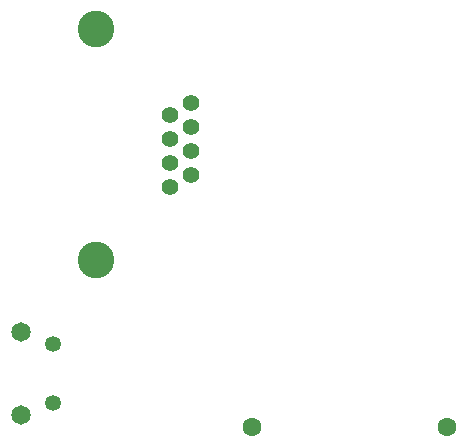
<source format=gbr>
G04 #@! TF.FileFunction,Soldermask,Bot*
%FSLAX46Y46*%
G04 Gerber Fmt 4.6, Leading zero omitted, Abs format (unit mm)*
G04 Created by KiCad (PCBNEW 4.0.2-stable) date 2016-03-27 18:32:18*
%MOMM*%
G01*
G04 APERTURE LIST*
%ADD10C,0.100000*%
%ADD11C,1.400000*%
%ADD12C,3.100000*%
%ADD13C,1.600000*%
%ADD14C,1.350000*%
%ADD15C,1.650000*%
G04 APERTURE END LIST*
D10*
D11*
X138400000Y-96480000D03*
X140180000Y-95460000D03*
X138400000Y-94440000D03*
X140180000Y-93420000D03*
X138400000Y-92400000D03*
X140180000Y-91380000D03*
X138400000Y-90360000D03*
X140180000Y-89340000D03*
D12*
X132090000Y-102710000D03*
X132090000Y-83110000D03*
D13*
X161880000Y-116805000D03*
X145370000Y-116805000D03*
D14*
X128462540Y-109799100D03*
X128462540Y-114799100D03*
D15*
X125762540Y-108799100D03*
X125762540Y-115799100D03*
M02*

</source>
